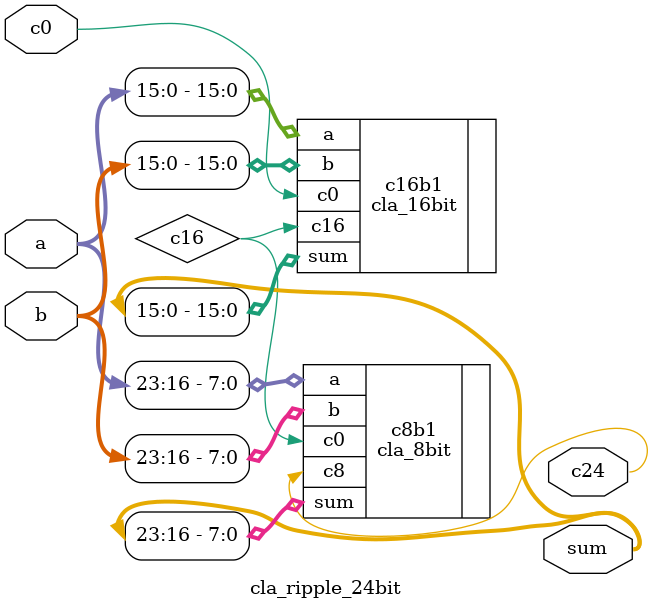
<source format=v>
module cla_ripple_24bit(sum,c24,a,b,c0);
	output [23:0] sum;
	output c24;
	input [23:0] a,b;
	input c0;
	wire c16;
	cla_16bit c16b1(.sum(sum[15:0]),.c16(c16),.a(a[15:0]),.b(b[15:0]),.c0(c0));
	cla_8bit c8b1(.sum(sum[23:16]),.c8(c24),.a(a[23:16]),.b(b[23:16]),.c0(c16));
endmodule

/*
module tb_cla_ripple_24bit();
	reg [23:0] a,b;
	reg c0;
	wire [23:0] d;
	wire cout;
	cla_ripple_24bit uut(.sum(d),.c24(cout),.a(a),.b(b),.c0(c0));
	
	initial
	begin
	#00 a=16'd10; b=16'd10; c0 = 1'b0; //10-2
	#20 a=16'd300; b=16'd20; c0 = 1'b0;
	#20 a=16'd65500; b=16'd20000; c0 = 1'b0; //3-5
	#20 a=16'd1000; b=16'd255; c0 = 1'b0;
	#20 $stop;
	end
	
	initial
	begin
	$monitor("time=%3d, a=%24d, b=%24d, co=%b, d=%24d, cout=%1b",$time,a,b,c0,d,cout);
	end
		
	initial
	begin
	$dumpfile("cla_ripple_24bit.vcd");
	$dumpvars;
	end
	
endmodule
*/
</source>
